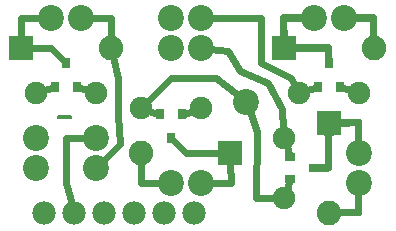
<source format=gtl>
G04 MADE WITH FRITZING*
G04 WWW.FRITZING.ORG*
G04 DOUBLE SIDED*
G04 HOLES PLATED*
G04 CONTOUR ON CENTER OF CONTOUR VECTOR*
%ASAXBY*%
%FSLAX23Y23*%
%MOIN*%
%OFA0B0*%
%SFA1.0B1.0*%
%ADD10C,0.086614*%
%ADD11C,0.082000*%
%ADD12C,0.075000*%
%ADD13C,0.078000*%
%ADD14C,0.052000*%
%ADD15R,0.031496X0.035433*%
%ADD16R,0.035433X0.031496*%
%ADD17R,0.082000X0.082000*%
%ADD18C,0.024000*%
%ADD19R,0.001000X0.001000*%
%LNCOPPER1*%
G90*
G70*
G54D10*
X87Y199D03*
X87Y299D03*
X637Y149D03*
X537Y149D03*
G54D11*
X735Y249D03*
X437Y249D03*
X735Y249D03*
X437Y249D03*
G54D12*
X637Y399D03*
X437Y399D03*
X637Y399D03*
X437Y399D03*
G54D10*
X537Y599D03*
X1165Y249D03*
X1165Y149D03*
G54D11*
X1065Y347D03*
X1065Y49D03*
X1065Y347D03*
X1065Y49D03*
G54D12*
X915Y299D03*
X915Y99D03*
X915Y299D03*
X915Y99D03*
G54D13*
X115Y49D03*
X215Y49D03*
X315Y49D03*
X415Y49D03*
X515Y49D03*
X615Y49D03*
G54D10*
X637Y599D03*
X1015Y699D03*
X1115Y699D03*
G54D11*
X917Y599D03*
X1215Y599D03*
X917Y599D03*
X1215Y599D03*
G54D12*
X965Y449D03*
X1165Y449D03*
X965Y449D03*
X1165Y449D03*
G54D10*
X637Y699D03*
X137Y699D03*
X237Y699D03*
G54D14*
X39Y599D03*
G54D11*
X337Y599D03*
G54D14*
X39Y599D03*
G54D11*
X337Y599D03*
G54D12*
X87Y449D03*
X287Y449D03*
X87Y449D03*
X287Y449D03*
G54D10*
X537Y699D03*
X287Y199D03*
X287Y299D03*
X787Y419D03*
G54D15*
X1028Y471D03*
X1102Y471D03*
X1065Y549D03*
X150Y471D03*
X225Y471D03*
X187Y549D03*
G54D16*
X936Y237D03*
X936Y162D03*
X1015Y199D03*
G54D15*
X575Y378D03*
X500Y378D03*
X537Y299D03*
G54D17*
X736Y249D03*
X736Y249D03*
X1065Y348D03*
X1065Y348D03*
X916Y599D03*
X916Y599D03*
G54D18*
X737Y149D02*
X668Y149D01*
D02*
X736Y217D02*
X737Y149D01*
D02*
X506Y149D02*
X437Y149D01*
D02*
X437Y149D02*
X437Y217D01*
D02*
X588Y249D02*
X547Y289D01*
D02*
X703Y249D02*
X588Y249D01*
D02*
X610Y390D02*
X585Y381D01*
D02*
X992Y458D02*
X1017Y467D01*
D02*
X1138Y458D02*
X1113Y467D01*
D02*
X924Y272D02*
X933Y247D01*
D02*
X924Y126D02*
X933Y152D01*
D02*
X768Y523D02*
X728Y591D01*
D02*
X862Y483D02*
X768Y523D01*
D02*
X908Y396D02*
X862Y483D01*
D02*
X728Y591D02*
X668Y597D01*
D02*
X913Y328D02*
X908Y396D01*
D02*
X837Y698D02*
X668Y699D01*
D02*
X837Y549D02*
X837Y698D01*
D02*
X937Y498D02*
X837Y549D01*
D02*
X951Y474D02*
X937Y498D01*
D02*
X464Y390D02*
X490Y381D01*
D02*
X37Y698D02*
X106Y699D01*
D02*
X39Y631D02*
X37Y698D01*
D02*
X337Y698D02*
X268Y699D01*
D02*
X337Y631D02*
X337Y698D01*
D02*
X71Y599D02*
X137Y598D01*
D02*
X137Y598D02*
X177Y559D01*
D02*
X260Y458D02*
X235Y467D01*
D02*
X188Y298D02*
X256Y299D01*
D02*
X188Y149D02*
X188Y298D01*
D02*
X207Y78D02*
X188Y149D01*
D02*
X362Y376D02*
X368Y280D01*
D02*
X368Y280D02*
X309Y221D01*
D02*
X362Y498D02*
X362Y376D01*
D02*
X345Y568D02*
X362Y498D01*
D02*
X791Y420D02*
X688Y498D01*
D02*
X822Y100D02*
X826Y320D01*
D02*
X826Y320D02*
X791Y420D01*
D02*
X537Y498D02*
X458Y419D01*
D02*
X886Y100D02*
X822Y100D01*
D02*
X688Y498D02*
X537Y498D01*
D02*
X114Y458D02*
X140Y467D01*
G54D19*
X909Y711D02*
X1017Y711D01*
X1110Y711D02*
X1216Y711D01*
X907Y710D02*
X1019Y710D01*
X1108Y710D02*
X1218Y710D01*
X906Y709D02*
X1021Y709D01*
X1107Y709D02*
X1220Y709D01*
X905Y708D02*
X1022Y708D01*
X1106Y708D02*
X1221Y708D01*
X904Y707D02*
X1023Y707D01*
X1105Y707D02*
X1222Y707D01*
X903Y706D02*
X1023Y706D01*
X1104Y706D02*
X1222Y706D01*
X902Y705D02*
X1024Y705D01*
X1103Y705D02*
X1223Y705D01*
X902Y704D02*
X1024Y704D01*
X1103Y704D02*
X1223Y704D01*
X902Y703D02*
X1025Y703D01*
X1103Y703D02*
X1224Y703D01*
X901Y702D02*
X1025Y702D01*
X1102Y702D02*
X1224Y702D01*
X901Y701D02*
X1025Y701D01*
X1102Y701D02*
X1224Y701D01*
X901Y700D02*
X1025Y700D01*
X1102Y700D02*
X1224Y700D01*
X901Y699D02*
X1025Y699D01*
X1102Y699D02*
X1224Y699D01*
X901Y698D02*
X1025Y698D01*
X1102Y698D02*
X1224Y698D01*
X901Y697D02*
X1025Y697D01*
X1103Y697D02*
X1224Y697D01*
X901Y696D02*
X1025Y696D01*
X1103Y696D02*
X1224Y696D01*
X901Y695D02*
X1024Y695D01*
X1103Y695D02*
X1224Y695D01*
X901Y694D02*
X1024Y694D01*
X1104Y694D02*
X1224Y694D01*
X901Y693D02*
X1023Y693D01*
X1104Y693D02*
X1224Y693D01*
X901Y692D02*
X1022Y692D01*
X1105Y692D02*
X1224Y692D01*
X902Y691D02*
X1021Y691D01*
X1106Y691D02*
X1224Y691D01*
X902Y690D02*
X1020Y690D01*
X1107Y690D02*
X1224Y690D01*
X902Y689D02*
X1019Y689D01*
X1109Y689D02*
X1224Y689D01*
X902Y688D02*
X1016Y688D01*
X1112Y688D02*
X1224Y688D01*
X902Y687D02*
X925Y687D01*
X1201Y687D02*
X1224Y687D01*
X902Y686D02*
X925Y686D01*
X1201Y686D02*
X1224Y686D01*
X902Y685D02*
X925Y685D01*
X1201Y685D02*
X1224Y685D01*
X902Y684D02*
X925Y684D01*
X1201Y684D02*
X1224Y684D01*
X902Y683D02*
X925Y683D01*
X1201Y683D02*
X1224Y683D01*
X902Y682D02*
X925Y682D01*
X1201Y682D02*
X1224Y682D01*
X902Y681D02*
X925Y681D01*
X1201Y681D02*
X1224Y681D01*
X902Y680D02*
X925Y680D01*
X1201Y680D02*
X1224Y680D01*
X902Y679D02*
X925Y679D01*
X1201Y679D02*
X1224Y679D01*
X902Y678D02*
X925Y678D01*
X1201Y678D02*
X1224Y678D01*
X902Y677D02*
X925Y677D01*
X1201Y677D02*
X1224Y677D01*
X902Y676D02*
X925Y676D01*
X1201Y676D02*
X1224Y676D01*
X902Y675D02*
X925Y675D01*
X1201Y675D02*
X1224Y675D01*
X902Y674D02*
X925Y674D01*
X1201Y674D02*
X1224Y674D01*
X902Y673D02*
X925Y673D01*
X1201Y673D02*
X1224Y673D01*
X902Y672D02*
X925Y672D01*
X1201Y672D02*
X1224Y672D01*
X902Y671D02*
X925Y671D01*
X1201Y671D02*
X1224Y671D01*
X902Y670D02*
X925Y670D01*
X1201Y670D02*
X1224Y670D01*
X902Y669D02*
X925Y669D01*
X1201Y669D02*
X1224Y669D01*
X902Y668D02*
X925Y668D01*
X1201Y668D02*
X1224Y668D01*
X902Y667D02*
X925Y667D01*
X1201Y667D02*
X1224Y667D01*
X902Y666D02*
X925Y666D01*
X1201Y666D02*
X1224Y666D01*
X902Y665D02*
X925Y665D01*
X1201Y665D02*
X1224Y665D01*
X902Y664D02*
X925Y664D01*
X1201Y664D02*
X1224Y664D01*
X902Y663D02*
X925Y663D01*
X1201Y663D02*
X1224Y663D01*
X902Y662D02*
X925Y662D01*
X1201Y662D02*
X1224Y662D01*
X902Y661D02*
X925Y661D01*
X1201Y661D02*
X1224Y661D01*
X902Y660D02*
X925Y660D01*
X1201Y660D02*
X1224Y660D01*
X903Y659D02*
X925Y659D01*
X1201Y659D02*
X1224Y659D01*
X903Y658D02*
X926Y658D01*
X1202Y658D02*
X1224Y658D01*
X903Y657D02*
X926Y657D01*
X1202Y657D02*
X1225Y657D01*
X903Y656D02*
X926Y656D01*
X1202Y656D02*
X1225Y656D01*
X903Y655D02*
X926Y655D01*
X1202Y655D02*
X1225Y655D01*
X903Y654D02*
X926Y654D01*
X1202Y654D02*
X1225Y654D01*
X903Y653D02*
X926Y653D01*
X1202Y653D02*
X1225Y653D01*
X903Y652D02*
X926Y652D01*
X1202Y652D02*
X1225Y652D01*
X903Y651D02*
X926Y651D01*
X1202Y651D02*
X1225Y651D01*
X903Y650D02*
X926Y650D01*
X1202Y650D02*
X1225Y650D01*
X903Y649D02*
X926Y649D01*
X1202Y649D02*
X1225Y649D01*
X903Y648D02*
X926Y648D01*
X1202Y648D02*
X1225Y648D01*
X903Y647D02*
X926Y647D01*
X1202Y647D02*
X1225Y647D01*
X903Y646D02*
X926Y646D01*
X1202Y646D02*
X1225Y646D01*
X903Y645D02*
X926Y645D01*
X1202Y645D02*
X1225Y645D01*
X903Y644D02*
X926Y644D01*
X1202Y644D02*
X1225Y644D01*
X903Y643D02*
X926Y643D01*
X1202Y643D02*
X1225Y643D01*
X903Y642D02*
X926Y642D01*
X1202Y642D02*
X1225Y642D01*
X903Y641D02*
X926Y641D01*
X1202Y641D02*
X1225Y641D01*
X0Y640D02*
X78Y640D01*
X903Y640D02*
X926Y640D01*
X1202Y640D02*
X1225Y640D01*
X0Y639D02*
X78Y639D01*
X903Y639D02*
X926Y639D01*
X1202Y639D02*
X1225Y639D01*
X0Y638D02*
X78Y638D01*
X903Y638D02*
X926Y638D01*
X1202Y638D02*
X1225Y638D01*
X0Y637D02*
X78Y637D01*
X903Y637D02*
X926Y637D01*
X1202Y637D02*
X1225Y637D01*
X0Y636D02*
X78Y636D01*
X903Y636D02*
X926Y636D01*
X1202Y636D02*
X1225Y636D01*
X0Y635D02*
X78Y635D01*
X903Y635D02*
X926Y635D01*
X1202Y635D02*
X1225Y635D01*
X0Y634D02*
X78Y634D01*
X903Y634D02*
X926Y634D01*
X1202Y634D02*
X1225Y634D01*
X0Y633D02*
X78Y633D01*
X903Y633D02*
X926Y633D01*
X1202Y633D02*
X1225Y633D01*
X0Y632D02*
X78Y632D01*
X903Y632D02*
X926Y632D01*
X1202Y632D02*
X1225Y632D01*
X0Y631D02*
X78Y631D01*
X903Y631D02*
X926Y631D01*
X1202Y631D02*
X1225Y631D01*
X0Y630D02*
X78Y630D01*
X903Y630D02*
X926Y630D01*
X1202Y630D02*
X1225Y630D01*
X0Y629D02*
X78Y629D01*
X903Y629D02*
X926Y629D01*
X1202Y629D02*
X1225Y629D01*
X0Y628D02*
X78Y628D01*
X903Y628D02*
X926Y628D01*
X1202Y628D02*
X1225Y628D01*
X0Y627D02*
X78Y627D01*
X903Y627D02*
X926Y627D01*
X1202Y627D02*
X1225Y627D01*
X0Y626D02*
X78Y626D01*
X904Y626D02*
X927Y626D01*
X1202Y626D02*
X1225Y626D01*
X0Y625D02*
X78Y625D01*
X904Y625D02*
X927Y625D01*
X1202Y625D02*
X1225Y625D01*
X0Y624D02*
X78Y624D01*
X904Y624D02*
X927Y624D01*
X1202Y624D02*
X1225Y624D01*
X0Y623D02*
X78Y623D01*
X904Y623D02*
X927Y623D01*
X1202Y623D02*
X1225Y623D01*
X0Y622D02*
X78Y622D01*
X904Y622D02*
X927Y622D01*
X1202Y622D02*
X1225Y622D01*
X0Y621D02*
X78Y621D01*
X904Y621D02*
X927Y621D01*
X1202Y621D02*
X1225Y621D01*
X0Y620D02*
X32Y620D01*
X45Y620D02*
X78Y620D01*
X904Y620D02*
X927Y620D01*
X1202Y620D02*
X1225Y620D01*
X0Y619D02*
X29Y619D01*
X48Y619D02*
X78Y619D01*
X904Y619D02*
X927Y619D01*
X1202Y619D02*
X1225Y619D01*
X0Y618D02*
X28Y618D01*
X50Y618D02*
X78Y618D01*
X904Y618D02*
X927Y618D01*
X1202Y618D02*
X1225Y618D01*
X0Y617D02*
X26Y617D01*
X51Y617D02*
X78Y617D01*
X904Y617D02*
X927Y617D01*
X1202Y617D02*
X1225Y617D01*
X0Y616D02*
X25Y616D01*
X52Y616D02*
X78Y616D01*
X904Y616D02*
X927Y616D01*
X1202Y616D02*
X1225Y616D01*
X0Y615D02*
X24Y615D01*
X54Y615D02*
X78Y615D01*
X904Y615D02*
X927Y615D01*
X1202Y615D02*
X1225Y615D01*
X0Y614D02*
X23Y614D01*
X55Y614D02*
X78Y614D01*
X904Y614D02*
X927Y614D01*
X1202Y614D02*
X1225Y614D01*
X0Y613D02*
X22Y613D01*
X55Y613D02*
X78Y613D01*
X904Y613D02*
X927Y613D01*
X1202Y613D02*
X1225Y613D01*
X0Y612D02*
X21Y612D01*
X56Y612D02*
X78Y612D01*
X904Y612D02*
X927Y612D01*
X1202Y612D02*
X1225Y612D01*
X0Y611D02*
X20Y611D01*
X57Y611D02*
X78Y611D01*
X904Y611D02*
X1067Y611D01*
X1202Y611D02*
X1225Y611D01*
X0Y610D02*
X20Y610D01*
X58Y610D02*
X78Y610D01*
X904Y610D02*
X1069Y610D01*
X1202Y610D02*
X1225Y610D01*
X0Y609D02*
X19Y609D01*
X58Y609D02*
X78Y609D01*
X904Y609D02*
X1071Y609D01*
X1202Y609D02*
X1225Y609D01*
X0Y608D02*
X19Y608D01*
X59Y608D02*
X78Y608D01*
X904Y608D02*
X1072Y608D01*
X1202Y608D02*
X1225Y608D01*
X0Y607D02*
X18Y607D01*
X59Y607D02*
X78Y607D01*
X904Y607D02*
X1073Y607D01*
X1202Y607D02*
X1225Y607D01*
X0Y606D02*
X18Y606D01*
X59Y606D02*
X79Y606D01*
X904Y606D02*
X1073Y606D01*
X1202Y606D02*
X1225Y606D01*
X0Y605D02*
X18Y605D01*
X59Y605D02*
X79Y605D01*
X904Y605D02*
X1074Y605D01*
X1202Y605D02*
X1225Y605D01*
X0Y604D02*
X18Y604D01*
X59Y604D02*
X79Y604D01*
X904Y604D02*
X1074Y604D01*
X1202Y604D02*
X1225Y604D01*
X0Y603D02*
X17Y603D01*
X59Y603D02*
X79Y603D01*
X904Y603D02*
X1075Y603D01*
X1202Y603D02*
X1225Y603D01*
X0Y602D02*
X17Y602D01*
X59Y602D02*
X79Y602D01*
X904Y602D02*
X1075Y602D01*
X1202Y602D02*
X1225Y602D01*
X0Y601D02*
X17Y601D01*
X59Y601D02*
X79Y601D01*
X904Y601D02*
X1075Y601D01*
X1202Y601D02*
X1225Y601D01*
X0Y600D02*
X17Y600D01*
X59Y600D02*
X79Y600D01*
X904Y600D02*
X1075Y600D01*
X1202Y600D02*
X1225Y600D01*
X0Y599D02*
X17Y599D01*
X59Y599D02*
X79Y599D01*
X904Y599D02*
X1075Y599D01*
X1202Y599D02*
X1225Y599D01*
X0Y598D02*
X17Y598D01*
X59Y598D02*
X79Y598D01*
X905Y598D02*
X1075Y598D01*
X1202Y598D02*
X1225Y598D01*
X0Y597D02*
X17Y597D01*
X59Y597D02*
X79Y597D01*
X905Y597D02*
X1075Y597D01*
X1202Y597D02*
X1225Y597D01*
X0Y596D02*
X17Y596D01*
X59Y596D02*
X79Y596D01*
X905Y596D02*
X1075Y596D01*
X1203Y596D02*
X1224Y596D01*
X0Y595D02*
X18Y595D01*
X59Y595D02*
X79Y595D01*
X905Y595D02*
X1075Y595D01*
X1203Y595D02*
X1224Y595D01*
X0Y594D02*
X18Y594D01*
X59Y594D02*
X79Y594D01*
X906Y594D02*
X1075Y594D01*
X1204Y594D02*
X1224Y594D01*
X0Y593D02*
X18Y593D01*
X59Y593D02*
X78Y593D01*
X906Y593D02*
X1075Y593D01*
X1204Y593D02*
X1223Y593D01*
X0Y592D02*
X18Y592D01*
X59Y592D02*
X78Y592D01*
X907Y592D02*
X1075Y592D01*
X1205Y592D02*
X1222Y592D01*
X0Y591D02*
X19Y591D01*
X58Y591D02*
X78Y591D01*
X908Y591D02*
X1075Y591D01*
X1206Y591D02*
X1221Y591D01*
X0Y590D02*
X19Y590D01*
X58Y590D02*
X78Y590D01*
X909Y590D02*
X1075Y590D01*
X1207Y590D02*
X1220Y590D01*
X0Y589D02*
X20Y589D01*
X57Y589D02*
X78Y589D01*
X911Y589D02*
X1075Y589D01*
X1209Y589D02*
X1218Y589D01*
X0Y588D02*
X21Y588D01*
X57Y588D02*
X78Y588D01*
X914Y588D02*
X1075Y588D01*
X1212Y588D02*
X1215Y588D01*
X0Y587D02*
X22Y587D01*
X56Y587D02*
X78Y587D01*
X1052Y587D02*
X1075Y587D01*
X0Y586D02*
X22Y586D01*
X55Y586D02*
X78Y586D01*
X1052Y586D02*
X1075Y586D01*
X0Y585D02*
X23Y585D01*
X54Y585D02*
X78Y585D01*
X1052Y585D02*
X1075Y585D01*
X0Y584D02*
X24Y584D01*
X53Y584D02*
X78Y584D01*
X1052Y584D02*
X1075Y584D01*
X0Y583D02*
X26Y583D01*
X52Y583D02*
X78Y583D01*
X1052Y583D02*
X1075Y583D01*
X0Y582D02*
X27Y582D01*
X51Y582D02*
X78Y582D01*
X1052Y582D02*
X1075Y582D01*
X0Y581D02*
X29Y581D01*
X49Y581D02*
X78Y581D01*
X1052Y581D02*
X1075Y581D01*
X0Y580D02*
X31Y580D01*
X47Y580D02*
X78Y580D01*
X1052Y580D02*
X1075Y580D01*
X0Y579D02*
X35Y579D01*
X42Y579D02*
X78Y579D01*
X1052Y579D02*
X1075Y579D01*
X0Y578D02*
X78Y578D01*
X1052Y578D02*
X1075Y578D01*
X0Y577D02*
X78Y577D01*
X1052Y577D02*
X1075Y577D01*
X0Y576D02*
X78Y576D01*
X1052Y576D02*
X1075Y576D01*
X0Y575D02*
X78Y575D01*
X1052Y575D02*
X1075Y575D01*
X0Y574D02*
X78Y574D01*
X1052Y574D02*
X1075Y574D01*
X0Y573D02*
X78Y573D01*
X1052Y573D02*
X1075Y573D01*
X0Y572D02*
X78Y572D01*
X1052Y572D02*
X1075Y572D01*
X0Y571D02*
X78Y571D01*
X1052Y571D02*
X1075Y571D01*
X0Y570D02*
X78Y570D01*
X1052Y570D02*
X1075Y570D01*
X0Y569D02*
X78Y569D01*
X1052Y569D02*
X1075Y569D01*
X0Y568D02*
X78Y568D01*
X1052Y568D02*
X1075Y568D01*
X0Y567D02*
X78Y567D01*
X1052Y567D02*
X1075Y567D01*
X0Y566D02*
X78Y566D01*
X1052Y566D02*
X1075Y566D01*
X0Y565D02*
X78Y565D01*
X1052Y565D02*
X1075Y565D01*
X0Y564D02*
X78Y564D01*
X1052Y564D02*
X1075Y564D01*
X0Y563D02*
X78Y563D01*
X1052Y563D02*
X1075Y563D01*
X0Y562D02*
X78Y562D01*
X1052Y562D02*
X1075Y562D01*
X0Y561D02*
X78Y561D01*
X1052Y561D02*
X1075Y561D01*
X0Y560D02*
X78Y560D01*
X1052Y560D02*
X1075Y560D01*
X0Y559D02*
X78Y559D01*
X1052Y559D02*
X1075Y559D01*
X1052Y558D02*
X1075Y558D01*
X1052Y557D02*
X1075Y557D01*
X1052Y556D02*
X1075Y556D01*
X1052Y555D02*
X1075Y555D01*
X1052Y554D02*
X1075Y554D01*
X1052Y553D02*
X1075Y553D01*
X1052Y552D02*
X1075Y552D01*
X1052Y551D02*
X1075Y551D01*
X1052Y550D02*
X1075Y550D01*
X1052Y549D02*
X1075Y549D01*
X1052Y548D02*
X1075Y548D01*
X1053Y547D02*
X1075Y547D01*
X1053Y546D02*
X1075Y546D01*
X1053Y545D02*
X1074Y545D01*
X1054Y544D02*
X1074Y544D01*
X1054Y543D02*
X1073Y543D01*
X1055Y542D02*
X1072Y542D01*
X1056Y541D02*
X1071Y541D01*
X1057Y540D02*
X1070Y540D01*
X1059Y539D02*
X1068Y539D01*
X1062Y538D02*
X1066Y538D01*
X162Y375D02*
X205Y375D01*
X160Y374D02*
X206Y374D01*
X160Y373D02*
X207Y373D01*
X159Y372D02*
X207Y372D01*
X159Y371D02*
X208Y371D01*
X159Y370D02*
X208Y370D01*
X159Y369D02*
X208Y369D01*
X159Y368D02*
X208Y368D01*
X159Y367D02*
X208Y367D01*
X159Y366D02*
X208Y366D01*
X159Y365D02*
X207Y365D01*
X159Y364D02*
X207Y364D01*
X160Y363D02*
X206Y363D01*
X161Y362D02*
X205Y362D01*
X1136Y362D02*
X1168Y362D01*
X1104Y361D02*
X1170Y361D01*
X1072Y360D02*
X1171Y360D01*
X1060Y359D02*
X1172Y359D01*
X1058Y358D02*
X1173Y358D01*
X1057Y357D02*
X1173Y357D01*
X1056Y356D02*
X1174Y356D01*
X1055Y355D02*
X1174Y355D01*
X1054Y354D02*
X1175Y354D01*
X1054Y353D02*
X1175Y353D01*
X1053Y352D02*
X1175Y352D01*
X1053Y351D02*
X1175Y351D01*
X1052Y350D02*
X1175Y350D01*
X1052Y349D02*
X1175Y349D01*
X1052Y348D02*
X1175Y348D01*
X1052Y347D02*
X1175Y347D01*
X1052Y346D02*
X1175Y346D01*
X1052Y345D02*
X1175Y345D01*
X1052Y344D02*
X1175Y344D01*
X1052Y343D02*
X1175Y343D01*
X1052Y342D02*
X1175Y342D01*
X1052Y341D02*
X1175Y341D01*
X1052Y340D02*
X1175Y340D01*
X1052Y339D02*
X1175Y339D01*
X1052Y338D02*
X1135Y338D01*
X1152Y338D02*
X1175Y338D01*
X1052Y337D02*
X1103Y337D01*
X1152Y337D02*
X1175Y337D01*
X1052Y336D02*
X1075Y336D01*
X1152Y336D02*
X1175Y336D01*
X1052Y335D02*
X1075Y335D01*
X1152Y335D02*
X1175Y335D01*
X1052Y334D02*
X1075Y334D01*
X1152Y334D02*
X1175Y334D01*
X1052Y333D02*
X1075Y333D01*
X1152Y333D02*
X1175Y333D01*
X1052Y332D02*
X1075Y332D01*
X1152Y332D02*
X1175Y332D01*
X1052Y331D02*
X1075Y331D01*
X1152Y331D02*
X1175Y331D01*
X1052Y330D02*
X1075Y330D01*
X1152Y330D02*
X1175Y330D01*
X1052Y329D02*
X1075Y329D01*
X1152Y329D02*
X1175Y329D01*
X1052Y328D02*
X1075Y328D01*
X1152Y328D02*
X1175Y328D01*
X1052Y327D02*
X1075Y327D01*
X1152Y327D02*
X1175Y327D01*
X1052Y326D02*
X1075Y326D01*
X1152Y326D02*
X1175Y326D01*
X1052Y325D02*
X1075Y325D01*
X1152Y325D02*
X1175Y325D01*
X1052Y324D02*
X1075Y324D01*
X1152Y324D02*
X1175Y324D01*
X1052Y323D02*
X1075Y323D01*
X1152Y323D02*
X1175Y323D01*
X1052Y322D02*
X1075Y322D01*
X1152Y322D02*
X1175Y322D01*
X1052Y321D02*
X1075Y321D01*
X1152Y321D02*
X1175Y321D01*
X1052Y320D02*
X1075Y320D01*
X1152Y320D02*
X1175Y320D01*
X1052Y319D02*
X1075Y319D01*
X1152Y319D02*
X1175Y319D01*
X1052Y318D02*
X1075Y318D01*
X1152Y318D02*
X1175Y318D01*
X1052Y317D02*
X1075Y317D01*
X1152Y317D02*
X1175Y317D01*
X1052Y316D02*
X1075Y316D01*
X1152Y316D02*
X1175Y316D01*
X1052Y315D02*
X1075Y315D01*
X1152Y315D02*
X1175Y315D01*
X1052Y314D02*
X1075Y314D01*
X1152Y314D02*
X1175Y314D01*
X1052Y313D02*
X1075Y313D01*
X1152Y313D02*
X1175Y313D01*
X1052Y312D02*
X1075Y312D01*
X1152Y312D02*
X1175Y312D01*
X1052Y311D02*
X1075Y311D01*
X1152Y311D02*
X1175Y311D01*
X1052Y310D02*
X1075Y310D01*
X1152Y310D02*
X1175Y310D01*
X1052Y309D02*
X1075Y309D01*
X1152Y309D02*
X1175Y309D01*
X1052Y308D02*
X1075Y308D01*
X1152Y308D02*
X1175Y308D01*
X1052Y307D02*
X1075Y307D01*
X1152Y307D02*
X1175Y307D01*
X1052Y306D02*
X1075Y306D01*
X1152Y306D02*
X1175Y306D01*
X1052Y305D02*
X1075Y305D01*
X1152Y305D02*
X1175Y305D01*
X1052Y304D02*
X1075Y304D01*
X1152Y304D02*
X1175Y304D01*
X1052Y303D02*
X1075Y303D01*
X1152Y303D02*
X1175Y303D01*
X1052Y302D02*
X1075Y302D01*
X1152Y302D02*
X1175Y302D01*
X1052Y301D02*
X1075Y301D01*
X1152Y301D02*
X1175Y301D01*
X1052Y300D02*
X1075Y300D01*
X1152Y300D02*
X1175Y300D01*
X1052Y299D02*
X1075Y299D01*
X1152Y299D02*
X1175Y299D01*
X1052Y298D02*
X1075Y298D01*
X1152Y298D02*
X1175Y298D01*
X1052Y297D02*
X1075Y297D01*
X1152Y297D02*
X1175Y297D01*
X1052Y296D02*
X1075Y296D01*
X1152Y296D02*
X1175Y296D01*
X1052Y295D02*
X1075Y295D01*
X1152Y295D02*
X1175Y295D01*
X1052Y294D02*
X1075Y294D01*
X1152Y294D02*
X1175Y294D01*
X1052Y293D02*
X1075Y293D01*
X1152Y293D02*
X1175Y293D01*
X1052Y292D02*
X1075Y292D01*
X1152Y292D02*
X1175Y292D01*
X1052Y291D02*
X1075Y291D01*
X1152Y291D02*
X1175Y291D01*
X1052Y290D02*
X1075Y290D01*
X1152Y290D02*
X1175Y290D01*
X1052Y289D02*
X1075Y289D01*
X1152Y289D02*
X1175Y289D01*
X1052Y288D02*
X1075Y288D01*
X1152Y288D02*
X1175Y288D01*
X1052Y287D02*
X1075Y287D01*
X1152Y287D02*
X1175Y287D01*
X1052Y286D02*
X1075Y286D01*
X1152Y286D02*
X1175Y286D01*
X1052Y285D02*
X1075Y285D01*
X1152Y285D02*
X1175Y285D01*
X1052Y284D02*
X1075Y284D01*
X1152Y284D02*
X1175Y284D01*
X1052Y283D02*
X1075Y283D01*
X1152Y283D02*
X1175Y283D01*
X1052Y282D02*
X1075Y282D01*
X1152Y282D02*
X1175Y282D01*
X1052Y281D02*
X1075Y281D01*
X1152Y281D02*
X1175Y281D01*
X1052Y280D02*
X1075Y280D01*
X1152Y280D02*
X1175Y280D01*
X1052Y279D02*
X1075Y279D01*
X1152Y279D02*
X1175Y279D01*
X1052Y278D02*
X1075Y278D01*
X1152Y278D02*
X1175Y278D01*
X1052Y277D02*
X1075Y277D01*
X1152Y277D02*
X1175Y277D01*
X1052Y276D02*
X1075Y276D01*
X1152Y276D02*
X1175Y276D01*
X1052Y275D02*
X1075Y275D01*
X1152Y275D02*
X1175Y275D01*
X1052Y274D02*
X1075Y274D01*
X1152Y274D02*
X1175Y274D01*
X1052Y273D02*
X1075Y273D01*
X1152Y273D02*
X1175Y273D01*
X1052Y272D02*
X1075Y272D01*
X1152Y272D02*
X1175Y272D01*
X1052Y271D02*
X1075Y271D01*
X1152Y271D02*
X1175Y271D01*
X1052Y270D02*
X1075Y270D01*
X1152Y270D02*
X1175Y270D01*
X1052Y269D02*
X1075Y269D01*
X1152Y269D02*
X1175Y269D01*
X1052Y268D02*
X1075Y268D01*
X1152Y268D02*
X1175Y268D01*
X1052Y267D02*
X1075Y267D01*
X1152Y267D02*
X1175Y267D01*
X1052Y266D02*
X1075Y266D01*
X1152Y266D02*
X1175Y266D01*
X1052Y265D02*
X1075Y265D01*
X1152Y265D02*
X1175Y265D01*
X1052Y264D02*
X1075Y264D01*
X1152Y264D02*
X1175Y264D01*
X1052Y263D02*
X1075Y263D01*
X1152Y263D02*
X1175Y263D01*
X1052Y262D02*
X1075Y262D01*
X1152Y262D02*
X1175Y262D01*
X1052Y261D02*
X1075Y261D01*
X1152Y261D02*
X1175Y261D01*
X1052Y260D02*
X1075Y260D01*
X1152Y260D02*
X1175Y260D01*
X1052Y259D02*
X1075Y259D01*
X1152Y259D02*
X1175Y259D01*
X1052Y258D02*
X1075Y258D01*
X1152Y258D02*
X1175Y258D01*
X1052Y257D02*
X1075Y257D01*
X1152Y257D02*
X1175Y257D01*
X1052Y256D02*
X1075Y256D01*
X1152Y256D02*
X1175Y256D01*
X1052Y255D02*
X1075Y255D01*
X1152Y255D02*
X1175Y255D01*
X1052Y254D02*
X1075Y254D01*
X1152Y254D02*
X1175Y254D01*
X1052Y253D02*
X1075Y253D01*
X1152Y253D02*
X1175Y253D01*
X1052Y252D02*
X1075Y252D01*
X1152Y252D02*
X1175Y252D01*
X1052Y251D02*
X1075Y251D01*
X1152Y251D02*
X1175Y251D01*
X1052Y250D02*
X1075Y250D01*
X1152Y250D02*
X1175Y250D01*
X1052Y249D02*
X1075Y249D01*
X1152Y249D02*
X1175Y249D01*
X1052Y248D02*
X1075Y248D01*
X1152Y248D02*
X1175Y248D01*
X1052Y247D02*
X1075Y247D01*
X1153Y247D02*
X1175Y247D01*
X1052Y246D02*
X1075Y246D01*
X1153Y246D02*
X1175Y246D01*
X1052Y245D02*
X1075Y245D01*
X1153Y245D02*
X1174Y245D01*
X1052Y244D02*
X1075Y244D01*
X1154Y244D02*
X1174Y244D01*
X1052Y243D02*
X1075Y243D01*
X1154Y243D02*
X1173Y243D01*
X1052Y242D02*
X1075Y242D01*
X1155Y242D02*
X1172Y242D01*
X1052Y241D02*
X1075Y241D01*
X1156Y241D02*
X1171Y241D01*
X1052Y240D02*
X1075Y240D01*
X1157Y240D02*
X1170Y240D01*
X1052Y239D02*
X1075Y239D01*
X1159Y239D02*
X1168Y239D01*
X1052Y238D02*
X1075Y238D01*
X1162Y238D02*
X1165Y238D01*
X1052Y237D02*
X1075Y237D01*
X1052Y236D02*
X1075Y236D01*
X1052Y235D02*
X1075Y235D01*
X1052Y234D02*
X1075Y234D01*
X1052Y233D02*
X1075Y233D01*
X1052Y232D02*
X1075Y232D01*
X1052Y231D02*
X1075Y231D01*
X1052Y230D02*
X1075Y230D01*
X1052Y229D02*
X1075Y229D01*
X1052Y228D02*
X1075Y228D01*
X1052Y227D02*
X1075Y227D01*
X1052Y226D02*
X1075Y226D01*
X1052Y225D02*
X1075Y225D01*
X1052Y224D02*
X1075Y224D01*
X1052Y223D02*
X1075Y223D01*
X1052Y222D02*
X1075Y222D01*
X1052Y221D02*
X1075Y221D01*
X1052Y220D02*
X1075Y220D01*
X1052Y219D02*
X1075Y219D01*
X1052Y218D02*
X1075Y218D01*
X1052Y217D02*
X1075Y217D01*
X1052Y216D02*
X1075Y216D01*
X1052Y215D02*
X1075Y215D01*
X1052Y214D02*
X1075Y214D01*
X1052Y213D02*
X1075Y213D01*
X1052Y212D02*
X1075Y212D01*
X1010Y211D02*
X1075Y211D01*
X1008Y210D02*
X1075Y210D01*
X1007Y209D02*
X1075Y209D01*
X1006Y208D02*
X1075Y208D01*
X1005Y207D02*
X1075Y207D01*
X1004Y206D02*
X1075Y206D01*
X1004Y205D02*
X1075Y205D01*
X1003Y204D02*
X1075Y204D01*
X1003Y203D02*
X1075Y203D01*
X1003Y202D02*
X1075Y202D01*
X1002Y201D02*
X1075Y201D01*
X1002Y200D02*
X1075Y200D01*
X1002Y199D02*
X1075Y199D01*
X1002Y198D02*
X1075Y198D01*
X1003Y197D02*
X1075Y197D01*
X1003Y196D02*
X1075Y196D01*
X1003Y195D02*
X1074Y195D01*
X1004Y194D02*
X1074Y194D01*
X1004Y193D02*
X1073Y193D01*
X1005Y192D02*
X1072Y192D01*
X1006Y191D02*
X1071Y191D01*
X1007Y190D02*
X1070Y190D01*
X1009Y189D02*
X1068Y189D01*
X1012Y188D02*
X1065Y188D01*
X1160Y161D02*
X1167Y161D01*
X1158Y160D02*
X1169Y160D01*
X1157Y159D02*
X1171Y159D01*
X1156Y158D02*
X1172Y158D01*
X1155Y157D02*
X1173Y157D01*
X1154Y156D02*
X1173Y156D01*
X1153Y155D02*
X1174Y155D01*
X1153Y154D02*
X1174Y154D01*
X1153Y153D02*
X1175Y153D01*
X1152Y152D02*
X1175Y152D01*
X1152Y151D02*
X1175Y151D01*
X1152Y150D02*
X1175Y150D01*
X1152Y149D02*
X1175Y149D01*
X1152Y148D02*
X1175Y148D01*
X1152Y147D02*
X1175Y147D01*
X1152Y146D02*
X1175Y146D01*
X1152Y145D02*
X1175Y145D01*
X1152Y144D02*
X1175Y144D01*
X1152Y143D02*
X1175Y143D01*
X1152Y142D02*
X1175Y142D01*
X1152Y141D02*
X1175Y141D01*
X1152Y140D02*
X1175Y140D01*
X1152Y139D02*
X1175Y139D01*
X1152Y138D02*
X1175Y138D01*
X1152Y137D02*
X1175Y137D01*
X1152Y136D02*
X1175Y136D01*
X1152Y135D02*
X1175Y135D01*
X1152Y134D02*
X1175Y134D01*
X1152Y133D02*
X1175Y133D01*
X1152Y132D02*
X1175Y132D01*
X1152Y131D02*
X1175Y131D01*
X1152Y130D02*
X1175Y130D01*
X1152Y129D02*
X1175Y129D01*
X1152Y128D02*
X1175Y128D01*
X1152Y127D02*
X1175Y127D01*
X1152Y126D02*
X1175Y126D01*
X1152Y125D02*
X1175Y125D01*
X1152Y124D02*
X1175Y124D01*
X1152Y123D02*
X1175Y123D01*
X1152Y122D02*
X1175Y122D01*
X1152Y121D02*
X1175Y121D01*
X1152Y120D02*
X1175Y120D01*
X1152Y119D02*
X1175Y119D01*
X1152Y118D02*
X1175Y118D01*
X1152Y117D02*
X1175Y117D01*
X1152Y116D02*
X1175Y116D01*
X1152Y115D02*
X1175Y115D01*
X1152Y114D02*
X1175Y114D01*
X1152Y113D02*
X1175Y113D01*
X1152Y112D02*
X1175Y112D01*
X1152Y111D02*
X1175Y111D01*
X1152Y110D02*
X1175Y110D01*
X1152Y109D02*
X1175Y109D01*
X1152Y108D02*
X1175Y108D01*
X1152Y107D02*
X1175Y107D01*
X1152Y106D02*
X1175Y106D01*
X1152Y105D02*
X1175Y105D01*
X1152Y104D02*
X1175Y104D01*
X1152Y103D02*
X1175Y103D01*
X1152Y102D02*
X1175Y102D01*
X1152Y101D02*
X1175Y101D01*
X1152Y100D02*
X1175Y100D01*
X1152Y99D02*
X1175Y99D01*
X1152Y98D02*
X1175Y98D01*
X1152Y97D02*
X1175Y97D01*
X1152Y96D02*
X1175Y96D01*
X1152Y95D02*
X1175Y95D01*
X1152Y94D02*
X1175Y94D01*
X1152Y93D02*
X1175Y93D01*
X1152Y92D02*
X1175Y92D01*
X1152Y91D02*
X1175Y91D01*
X1152Y90D02*
X1175Y90D01*
X1152Y89D02*
X1175Y89D01*
X1152Y88D02*
X1175Y88D01*
X1152Y87D02*
X1175Y87D01*
X1152Y86D02*
X1175Y86D01*
X1152Y85D02*
X1175Y85D01*
X1152Y84D02*
X1175Y84D01*
X1152Y83D02*
X1175Y83D01*
X1152Y82D02*
X1175Y82D01*
X1152Y81D02*
X1175Y81D01*
X1152Y80D02*
X1175Y80D01*
X1152Y79D02*
X1175Y79D01*
X1152Y78D02*
X1175Y78D01*
X1152Y77D02*
X1175Y77D01*
X1152Y76D02*
X1175Y76D01*
X1152Y75D02*
X1175Y75D01*
X1152Y74D02*
X1175Y74D01*
X1152Y73D02*
X1175Y73D01*
X1152Y72D02*
X1175Y72D01*
X1152Y71D02*
X1175Y71D01*
X1152Y70D02*
X1175Y70D01*
X1152Y69D02*
X1175Y69D01*
X1152Y68D02*
X1175Y68D01*
X1152Y67D02*
X1175Y67D01*
X1152Y66D02*
X1175Y66D01*
X1152Y65D02*
X1175Y65D01*
X1152Y64D02*
X1175Y64D01*
X1152Y63D02*
X1175Y63D01*
X1085Y62D02*
X1175Y62D01*
X1060Y61D02*
X1175Y61D01*
X1058Y60D02*
X1175Y60D01*
X1057Y59D02*
X1175Y59D01*
X1056Y58D02*
X1175Y58D01*
X1055Y57D02*
X1175Y57D01*
X1054Y56D02*
X1175Y56D01*
X1054Y55D02*
X1175Y55D01*
X1053Y54D02*
X1175Y54D01*
X1053Y53D02*
X1175Y53D01*
X1052Y52D02*
X1175Y52D01*
X1052Y51D02*
X1175Y51D01*
X1052Y50D02*
X1175Y50D01*
X1052Y49D02*
X1175Y49D01*
X1052Y48D02*
X1175Y48D01*
X1053Y47D02*
X1174Y47D01*
X1053Y46D02*
X1174Y46D01*
X1053Y45D02*
X1174Y45D01*
X1054Y44D02*
X1173Y44D01*
X1054Y43D02*
X1172Y43D01*
X1055Y42D02*
X1171Y42D01*
X1056Y41D02*
X1170Y41D01*
X1057Y40D02*
X1168Y40D01*
X1059Y39D02*
X1164Y39D01*
X1062Y38D02*
X1084Y38D01*
D02*
G04 End of Copper1*
M02*
</source>
